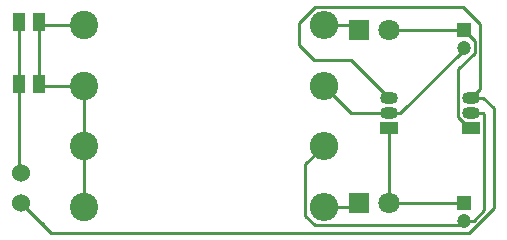
<source format=gbr>
%TF.GenerationSoftware,KiCad,Pcbnew,(5.1.10)-1*%
%TF.CreationDate,2021-09-10T13:44:00+03:00*%
%TF.ProjectId,flip-flop,666c6970-2d66-46c6-9f70-2e6b69636164,rev?*%
%TF.SameCoordinates,Original*%
%TF.FileFunction,Copper,L1,Top*%
%TF.FilePolarity,Positive*%
%FSLAX46Y46*%
G04 Gerber Fmt 4.6, Leading zero omitted, Abs format (unit mm)*
G04 Created by KiCad (PCBNEW (5.1.10)-1) date 2021-09-10 13:44:00*
%MOMM*%
%LPD*%
G01*
G04 APERTURE LIST*
%TA.AperFunction,ComponentPad*%
%ADD10R,1.200000X1.200000*%
%TD*%
%TA.AperFunction,ComponentPad*%
%ADD11C,1.200000*%
%TD*%
%TA.AperFunction,ComponentPad*%
%ADD12C,1.800000*%
%TD*%
%TA.AperFunction,ComponentPad*%
%ADD13R,1.800000X1.800000*%
%TD*%
%TA.AperFunction,ComponentPad*%
%ADD14C,1.524000*%
%TD*%
%TA.AperFunction,ComponentPad*%
%ADD15R,1.500000X1.050000*%
%TD*%
%TA.AperFunction,ComponentPad*%
%ADD16O,1.500000X1.050000*%
%TD*%
%TA.AperFunction,ComponentPad*%
%ADD17O,2.400000X2.400000*%
%TD*%
%TA.AperFunction,ComponentPad*%
%ADD18C,2.400000*%
%TD*%
%TA.AperFunction,SMDPad,CuDef*%
%ADD19R,1.000000X1.550000*%
%TD*%
%TA.AperFunction,Conductor*%
%ADD20C,0.250000*%
%TD*%
G04 APERTURE END LIST*
D10*
%TO.P,C1,1*%
%TO.N,Net-(C1-Pad1)*%
X163195000Y-92075000D03*
D11*
%TO.P,C1,2*%
%TO.N,Net-(C1-Pad2)*%
X163195000Y-93575000D03*
%TD*%
%TO.P,C2,2*%
%TO.N,Net-(C2-Pad2)*%
X163195000Y-108180000D03*
D10*
%TO.P,C2,1*%
%TO.N,Net-(C2-Pad1)*%
X163195000Y-106680000D03*
%TD*%
D12*
%TO.P,D1,2*%
%TO.N,Net-(C1-Pad1)*%
X156845000Y-92075000D03*
D13*
%TO.P,D1,1*%
%TO.N,Net-(D1-Pad1)*%
X154305000Y-92075000D03*
%TD*%
%TO.P,D2,1*%
%TO.N,Net-(D2-Pad1)*%
X154305000Y-106680000D03*
D12*
%TO.P,D2,2*%
%TO.N,Net-(C2-Pad1)*%
X156845000Y-106680000D03*
%TD*%
D14*
%TO.P,J1,1*%
%TO.N,Net-(J1-Pad1)*%
X125730000Y-104140000D03*
%TO.P,J1,2*%
%TO.N,Net-(J1-Pad2)*%
X125730000Y-106680000D03*
%TD*%
D15*
%TO.P,Q1,1*%
%TO.N,Net-(C1-Pad1)*%
X163830000Y-100330000D03*
D16*
%TO.P,Q1,3*%
%TO.N,Net-(J1-Pad2)*%
X163830000Y-97790000D03*
%TO.P,Q1,2*%
%TO.N,Net-(C2-Pad2)*%
X163830000Y-99060000D03*
%TD*%
%TO.P,Q2,2*%
%TO.N,Net-(C1-Pad2)*%
X156845000Y-99060000D03*
%TO.P,Q2,3*%
%TO.N,Net-(J1-Pad2)*%
X156845000Y-97790000D03*
D15*
%TO.P,Q2,1*%
%TO.N,Net-(C2-Pad1)*%
X156845000Y-100330000D03*
%TD*%
D17*
%TO.P,R1,2*%
%TO.N,Net-(D1-Pad1)*%
X151335001Y-91610001D03*
D18*
%TO.P,R1,1*%
%TO.N,Net-(R1-Pad1)*%
X131015001Y-91610001D03*
%TD*%
%TO.P,R2,1*%
%TO.N,Net-(R1-Pad1)*%
X131015001Y-96760001D03*
D17*
%TO.P,R2,2*%
%TO.N,Net-(C1-Pad2)*%
X151335001Y-96760001D03*
%TD*%
%TO.P,R3,2*%
%TO.N,Net-(C2-Pad2)*%
X151335001Y-101910001D03*
D18*
%TO.P,R3,1*%
%TO.N,Net-(R1-Pad1)*%
X131015001Y-101910001D03*
%TD*%
%TO.P,R4,1*%
%TO.N,Net-(R1-Pad1)*%
X131015001Y-107060001D03*
D17*
%TO.P,R4,2*%
%TO.N,Net-(D2-Pad1)*%
X151335001Y-107060001D03*
%TD*%
D19*
%TO.P,SW1,2*%
%TO.N,Net-(R1-Pad1)*%
X127215000Y-91355000D03*
X127215000Y-96605000D03*
%TO.P,SW1,1*%
%TO.N,Net-(J1-Pad1)*%
X125515000Y-96605000D03*
X125515000Y-91355000D03*
%TD*%
D20*
%TO.N,Net-(C1-Pad1)*%
X156845000Y-92075000D02*
X163195000Y-92075000D01*
X164120001Y-94019001D02*
X164120001Y-93000001D01*
X162754990Y-95384012D02*
X164120001Y-94019001D01*
X162754990Y-99412085D02*
X162754990Y-95384012D01*
X164120001Y-93000001D02*
X163195000Y-92075000D01*
X163252915Y-99910010D02*
X162754990Y-99412085D01*
X163410010Y-99910010D02*
X163252915Y-99910010D01*
X163830000Y-100330000D02*
X163410010Y-99910010D01*
%TO.N,Net-(C1-Pad2)*%
X153635000Y-99060000D02*
X156845000Y-99060000D01*
X151335001Y-96760001D02*
X153635000Y-99060000D01*
X163195000Y-93710000D02*
X163195000Y-93575000D01*
X157845000Y-99060000D02*
X163195000Y-93710000D01*
X156845000Y-99060000D02*
X157845000Y-99060000D01*
%TO.N,Net-(C2-Pad2)*%
X150603000Y-108585002D02*
X162789998Y-108585002D01*
X149810000Y-107792002D02*
X150603000Y-108585002D01*
X162789998Y-108585002D02*
X163195000Y-108180000D01*
X149810000Y-103435002D02*
X149810000Y-107792002D01*
X151335001Y-101910001D02*
X149810000Y-103435002D01*
X164830000Y-99060000D02*
X163830000Y-99060000D01*
X164905001Y-99135001D02*
X164830000Y-99060000D01*
X164905001Y-107318527D02*
X164905001Y-99135001D01*
X164043528Y-108180000D02*
X164905001Y-107318527D01*
X163195000Y-108180000D02*
X164043528Y-108180000D01*
%TO.N,Net-(C2-Pad1)*%
X156845000Y-100330000D02*
X156845000Y-106680000D01*
X163195000Y-106680000D02*
X156845000Y-106680000D01*
%TO.N,Net-(D1-Pad1)*%
X153840001Y-91610001D02*
X154305000Y-92075000D01*
X151335001Y-91610001D02*
X153840001Y-91610001D01*
%TO.N,Net-(D2-Pad1)*%
X151715002Y-106680000D02*
X151335001Y-107060001D01*
X153924999Y-107060001D02*
X154305000Y-106680000D01*
X151335001Y-107060001D02*
X153924999Y-107060001D01*
%TO.N,Net-(R1-Pad1)*%
X127470001Y-91610001D02*
X127215000Y-91355000D01*
X131015001Y-91610001D02*
X127470001Y-91610001D01*
X127370001Y-96760001D02*
X127215000Y-96605000D01*
X131015001Y-96760001D02*
X127370001Y-96760001D01*
X127215000Y-91355000D02*
X127215000Y-96305000D01*
X131015001Y-96760001D02*
X131015001Y-101910001D01*
X131015001Y-101910001D02*
X131015001Y-107060001D01*
%TO.N,Net-(J1-Pad1)*%
X125515000Y-91355000D02*
X125515000Y-96605000D01*
X125515000Y-103925000D02*
X125730000Y-104140000D01*
X125515000Y-96605000D02*
X125515000Y-103925000D01*
%TO.N,Net-(J1-Pad2)*%
X125730000Y-106680000D02*
X127635002Y-108585002D01*
X164570011Y-97049989D02*
X163830000Y-97790000D01*
X164570011Y-91545011D02*
X164570011Y-97049989D01*
X163110000Y-90085000D02*
X164570011Y-91545011D01*
X150603000Y-90085000D02*
X163110000Y-90085000D01*
X149225000Y-91463000D02*
X150603000Y-90085000D01*
X149225000Y-93345000D02*
X149225000Y-91463000D01*
X150495000Y-94615000D02*
X149225000Y-93345000D01*
X153670000Y-94615000D02*
X150495000Y-94615000D01*
X156845000Y-97790000D02*
X153670000Y-94615000D01*
X163639938Y-109220000D02*
X128270000Y-109220000D01*
X128270000Y-109220000D02*
X125730000Y-106680000D01*
X165735000Y-107124938D02*
X163639938Y-109220000D01*
X165735000Y-98695000D02*
X165735000Y-107124938D01*
X164830000Y-97790000D02*
X165735000Y-98695000D01*
X163830000Y-97790000D02*
X164830000Y-97790000D01*
%TD*%
M02*

</source>
